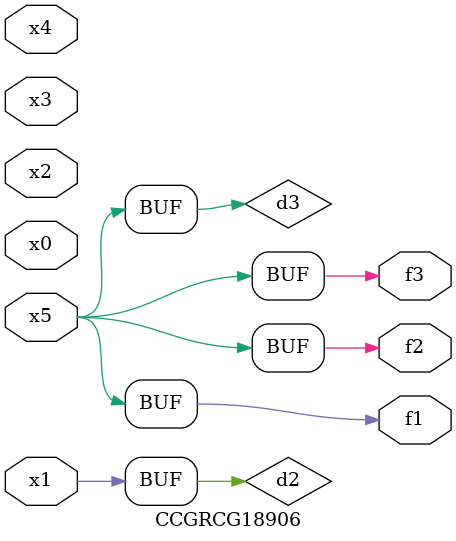
<source format=v>
module CCGRCG18906(
	input x0, x1, x2, x3, x4, x5,
	output f1, f2, f3
);

	wire d1, d2, d3;

	not (d1, x5);
	or (d2, x1);
	xnor (d3, d1);
	assign f1 = d3;
	assign f2 = d3;
	assign f3 = d3;
endmodule

</source>
